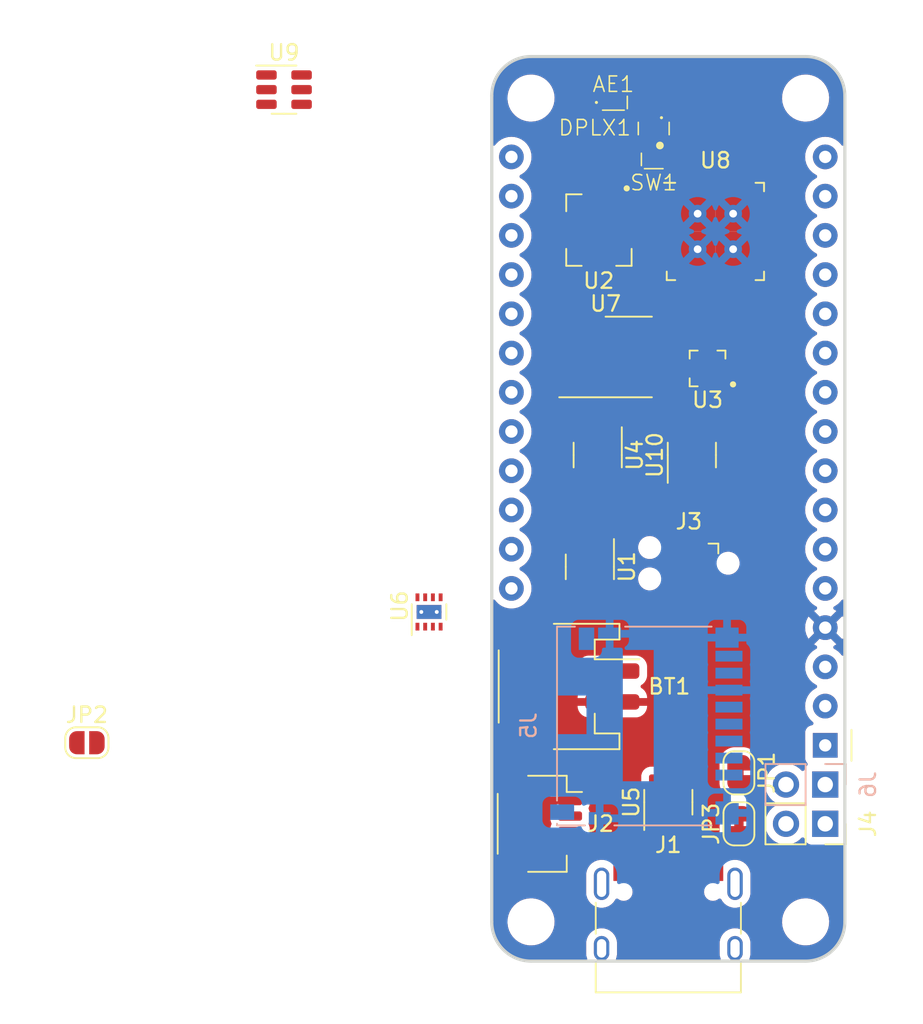
<source format=kicad_pcb>
(kicad_pcb (version 20221018) (generator pcbnew)
  (layers (0 "F.Cu" signal) (1 "In1.Cu" signal) (2 "In2.Cu" signal) (31 "B.Cu" signal) (34 "B.Paste" user) (35 "F.Paste" user) (36 "B.SilkS" user "B.Silkscreen") (37 "F.SilkS" user "F.Silkscreen") (38 "B.Mask" user) (39 "F.Mask" user) (44 "Edge.Cuts" user))
  (net 0 "")
  (net 2 "VDD_nRF")
  (net 25 "/VBATT_")
  (net 27 "Net-(U1-ON)")
  (net 28 "Net-(J4-Pin_2)")
  (net 32 "/nRF5340/NRF7002_5G")
  (net 33 "/nRF5340/NRF7002_2G4")
  (net 52 "/nRF5340/NRF5340_2G4")
  (net 75 "/nRF5340/SWDIO_")
  (net 76 "/nRF5340/SWCLK_")
  (net 77 "/nRF5340/~{RESET}_")
  (net 81 "/nRF5340/NRF7002_QSPI5")
  (net 82 "/nRF5340/NRF7002_QSPI3")
  (net 84 "/nRF5340/NRF7002_QSPI1")
  (net 85 "/nRF5340/NRF7002_QSPI0")
  (net 86 "Net-(D1-K)")
  (net 87 "Net-(U6-EN)")
  (net 91 "+3.3V")
  (net 92 "Net-(U6-SW)")
  (net 93 "/PowerSupply/R_FEEDBACK")
  (net 94 "GND")
  (net 95 "/nRF5340/NRF7002_QSPI4")
  (net 96 "/nRF5340/NRF7002_QSPI2")
  (net 97 "Net-(U8-BUCKOUT)")
  (net 98 "Net-(BT1-+)")
  (net 99 "Net-(F1-Pad1)")
  (net 100 "Net-(J1-CC1)")
  (net 101 "/Connectivity/D+")
  (net 102 "/Connectivity/D-")
  (net 103 "Net-(J1-CC2)")
  (net 105 "Net-(U1-VOUT)")
  (net 106 "/PowerSupply/CHG_SET")
  (net 107 "Net-(J5-VDD)")
  (net 109 "VBUS")
  (net 110 "Net-(U3-NTC)")
  (net 111 "/PowerSupply/CHARGING")
  (net 112 "Net-(U8-OTPVDD)")
  (net 122 "Net-(U4-ON)")
  (net 134 "Net-(J6-Pin_1)")
  (net 142 "+3V3")
  (net 143 "/Connectivity/SDA_")
  (net 144 "/Connectivity/SCL_")
  (net 145 "/Connectivity/SOC_SWDIO")
  (net 146 "/Connectivity/~{SOC_RESET}")
  (net 147 "/Connectivity/SOC_SWCLK")
  (net 148 "/Connectivity/SOC_SWO")
  (net 151 "Net-(DPLX1-LOWFREQ)")
  (net 152 "Net-(U2B-DECD)")
  (net 153 "Net-(U2B-DCCD)")
  (net 154 "Net-(U2B-DECR)")
  (net 155 "Net-(U2B-DECN)")
  (net 156 "Net-(U2B-DCC)")
  (net 157 "Net-(U2B-DECA)")
  (net 158 "Net-(U2B-DECUSB)")
  (net 159 "Net-(AE1-FEED)")
  (net 160 "Net-(DPLX1-COMMON)")
  (net 161 "Net-(U2A-ANT)")
  (net 162 "Net-(U8-XOP)")
  (net 163 "Net-(U8-XON)")
  (net 164 "Net-(U10-VOUT)")
  (net 165 "/PowerSupply/BUCK_EN")
  (net 166 "Net-(U10-ON)")
  (net 169 "VOUT")
  (net 170 "Net-(U2B-DCCH)")
  (net 171 "Net-(U3-DEC)")
  (net 181 "Net-(U8-PALDO)")
  (net 182 "/nRF7002/VDD_BUCK")
  (footprint "Package_SON:WSON-8-1EP_2x2mm_P0.5mm_EP0.9x1.6mm_ThermalVias" (layer "F.Cu") (at 164.846 87.884 90)
    (fp_text reference "U6" (at 0.38 -1.9 90) (layer "F.SilkS"))
    (fp_text value "TPS62173DSG")
    (pad "1" smd rect (at -0.95 -0.75 90) (size 0.5 0.25) (layers "F.Cu" "F.Paste" "F.Mask") (net 94 "GND"))
    (pad "2" smd rect (at -0.95 -0.25 90) (size 0.5 0.25) (layers "F.Cu" "F.Paste" "F.Mask") (net 87 "Net-(U6-EN)"))
    (pad "3" smd rect (at -0.95 0.25 90) (size 0.5 0.25) (layers "F.Cu" "F.Paste" "F.Mask") (net 87 "Net-(U6-EN)"))
    (pad "4" smd rect (at -0.95 0.75 90) (size 0.5 0.25) (layers "F.Cu" "F.Paste" "F.Mask") (net 94 "GND"))
    (pad "5" smd rect (at 0.95 0.75 90) (size 0.5 0.25) (layers "F.Cu" "F.Paste" "F.Mask") (net 94 "GND"))
    (pad "6" smd rect (at 0.95 0.25 90) (size 0.5 0.25) (layers "F.Cu" "F.Paste" "F.Mask") (net 91 "+3.3V"))
    (pad "7" smd rect (at 0.95 -0.25 90) (size 0.5 0.25) (layers "F.Cu" "F.Paste" "F.Mask") (net 92 "Net-(U6-SW)"))
    (pad "8" smd rect (at 0.95 -0.75 90) (size 0.5 0.25) (layers "F.Cu" "F.Paste" "F.Mask") (net 93 "/PowerSupply/R_FEEDBACK"))
    (pad "9" thru_hole circle (at 0 -0.5 90) (size 0.6 0.6) (drill 0.25) (layers "*.Cu") (net 94 "GND"))
    (pad "9" smd rect (at 0 0 90) (size 0.9 1.6) (layers "F.Cu" "F.Mask") (net 94 "GND"))
    (pad "9" smd rect (at 0 0 90) (size 0.9 1.6) (layers "B.Cu") (net 94 "GND"))
    (pad "9" thru_hole circle (at 0 0.5 90) (size 0.6 0.6) (drill 0.25) (layers "*.Cu") (net 94 "GND"))
  )
  (footprint "module-lib:Thing-Plus-Sparkfun" (layer "F.Cu") (at 171.45 54.61)
    (fp_text reference "A1" hide)
    (fp_text value "Adafruit_Feather_Generic")
    (fp_line (start -2.54 -0.15) (end -2.54 53.34) (stroke (width 0.2032)) (layer "Edge.Cuts"))
    (fp_line (start 0 55.88) (end 17.78 55.88) (stroke (width 0.2032)) (layer "Edge.Cuts"))
    (fp_line (start 17.78 -2.69) (end 0 -2.69) (stroke (width 0.2032)) (layer "Edge.Cuts"))
    (fp_line (start 20.32 53.34) (end 20.32 -0.15) (stroke (width 0.2032)) (layer "Edge.Cuts"))
    (fp_arc (start -2.54 -0.15) (mid -1.796051 -1.946051) (end 0 -2.69) (stroke (width 0.2032)) (layer "Edge.Cuts"))
    (fp_arc (start 0 55.88) (mid -1.796051 55.136051) (end -2.54 53.34) (stroke (width 0.2032)) (layer "Edge.Cuts"))
    (fp_arc (start 17.78 -2.69) (mid 19.576051 -1.946051) (end 20.32 -0.15) (stroke (width 0.2032)) (layer "Edge.Cuts"))
    (fp_arc (start 20.32 53.34) (mid 19.576051 55.136051) (end 17.78 55.88) (stroke (width 0.2032)) (layer "Edge.Cuts"))
    (pad "" np_thru_hole circle (at 0 0) (size 2.54 2.54) (drill 2.54) (layers "F&B.Cu" "*.Mask") (clearance 0.254))
    (pad "" np_thru_hole circle (at 0 53.34) (size 2.54 2.54) (drill 2.54) (layers "F&B.Cu" "*.Mask") (clearance 0.254))
    (pad "" np_thru_hole circle (at 17.78 0) (size 2.54 2.54) (drill 2.54) (layers "F&B.Cu" "*.Mask") (clearance 0.254))
    (pad "" np_thru_hole circle (at 17.78 53.34) (size 2.54 2.54) (drill 2.54) (layers "F&B.Cu" "*.Mask") (clearance 0.254))
    (pad "1" thru_hole rect (at 19.05 41.91) (size 1.6 1.6) (drill 0.8) (layers "*.Cu" "*.Mask"))
    (pad "2" thru_hole circle (at 19.05 39.37) (size 1.6 1.6) (drill 0.8) (layers "*.Cu" "*.Mask") (net 91 "+3.3V"))
    (pad "3" thru_hole circle (at 19.05 36.83) (size 1.6 1.6) (drill 0.8) (layers "*.Cu" "*.Mask"))
    (pad "4" thru_hole circle (at 19.05 34.29) (size 1.6 1.6) (drill 0.8) (layers "*.Cu" "*.Mask") (net 94 "GND"))
    (pad "5" thru_hole circle (at 19.05 31.75) (size 1.6 1.6) (drill 0.8) (layers "*.Cu" "*.Mask"))
    (pad "6" thru_hole circle (at 19.05 29.21) (size 1.6 1.6) (drill 0.8) (layers "*.Cu" "*.Mask"))
    (pad "7" thru_hole circle (at 19.05 26.67) (size 1.6 1.6) (drill 0.8) (layers "*.Cu" "*.Mask"))
    (pad "8" thru_hole circle (at 19.05 24.13) (size 1.6 1.6) (drill 0.8) (layers "*.Cu" "*.Mask"))
    (pad "9" thru_hole circle (at 19.05 21.59) (size 1.6 1.6) (drill 0.8) (layers "*.Cu" "*.Mask"))
    (pad "10" thru_hole circle (at 19.05 19.05) (size 1.6 1.6) (drill 0.8) (layers "*.Cu" "*.Mask"))
    (pad "11" thru_hole circle (at 19.05 16.51) (size 1.6 1.6) (drill 0.8) (layers "*.Cu" "*.Mask"))
    (pad "12" thru_hole circle (at 19.05 13.97) (size 1.6 1.6) (drill 0.8) (layers "*.Cu" "*.Mask"))
    (pad "13" thru_hole circle (at 19.05 11.43) (size 1.6 1.6) (drill 0.8) (layers "*.Cu" "*.Mask"))
    (pad "14" thru_hole circle (at 19.05 8.89) (size 1.6 1.6) (drill 0.8) (layers "*.Cu" "*.Mask"))
    (pad "15" thru_hole circle (at 19.05 6.35) (size 1.6 1.6) (drill 0.8) (layers "*.Cu" "*.Mask"))
    (pad "16" thru_hole circle (at 19.05 3.81) (size 1.6 1.6) (drill 0.8) (layers "*.Cu" "*.Mask"))
    (pad "17" thru_hole circle (at -1.27 3.81) (size 1.6 1.6) (drill 0.8) (layers "*.Cu" "*.Mask"))
    (pad "18" thru_hole circle (at -1.27 6.35) (size 1.6 1.6) (drill 0.8) (layers "*.Cu" "*.Mask"))
    (pad "19" thru_hole circle (at -1.27 8.89) (size 1.6 1.6) (drill 0.8) (layers "*.Cu" "*.Mask"))
    (pad "20" thru_hole circle (at -1.27 11.43) (size 1.6 1.6) (drill 0.8) (layers "*.Cu" "*.Mask"))
    (pad "21" thru_hole circle (at -1.27 13.97) (size 1.6 1.6) (drill 0.8) (layers "*.Cu" "*.Mask"))
    (pad "22" thru_hole circle (at -1.27 16.51) (size 1.6 1.6) (drill 0.8) (layers "*.Cu" "*.Mask"))
    (pad "23" thru_hole circle (at -1.27 19.05) (size 1.6 1.6) (drill 0.8) (layers "*.Cu" "*.Mask"))
    (pad "24" thru_hole circle (at -1.27 21.59) (size 1.6 1.6) (drill 0.8) (layers "*.Cu" "*.Mask"))
    (pad "25" thru_hole circle (at -1.27 24.13) (size 1.6 1.6) (drill 0.8) (layers "*.Cu" "*.Mask"))
    (pad "26" thru_hole circle (at -1.27 26.67) (size 1.6 1.6) (drill 0.8) (layers "*.Cu" "*.Mask") (net 109 "VBUS"))
    (pad "27" thru_hole circle (at -1.27 29.21) (size 1.6 1.6) (drill 0.8) (layers "*.Cu" "*.Mask"))
    (pad "28" thru_hole circle (at -1.27 31.75) (size 1.6 1.6) (drill 0.8) (layers "*.Cu" "*.Mask") (net 25 "/VBATT_"))
  )
  (footprint "Connector_JST:JST_SH_SM04B-SRSS-TB_1x04-1MP_P1.00mm_Horizontal" (layer "F.Cu") (at 171.9767 101.6 -90)
    (fp_text reference "J2" (at 0 -3.98 -180) (layer "F.SilkS"))
    (fp_text value "Conn_01x04_MountingPin")
    (pad "1" smd roundrect (at -1.5 -2 270) (size 0.6 1.55) (layers "F.Cu" "F.Paste" "F.Mask") (net 94 "GND"))
    (pad "2" smd roundrect (at -0.5 -2 270) (size 0.6 1.55) (layers "F.Cu" "F.Paste" "F.Mask") (net 142 "+3V3"))
    (pad "3" smd roundrect (at 0.5 -2 270) (size 0.6 1.55) (layers "F.Cu" "F.Paste" "F.Mask") (net 143 "/Connectivity/SDA_"))
    (pad "4" smd roundrect (at 1.5 -2 270) (size 0.6 1.55) (layers "F.Cu" "F.Paste" "F.Mask") (net 144 "/Connectivity/SCL_"))
    (pad "MP" smd roundrect (at -2.8 1.875 270) (size 1.2 1.8) (layers "F.Cu" "F.Paste" "F.Mask") (roundrect_rratio 0.208333) (net 94 "GND"))
    (pad "MP" smd roundrect (at 2.8 1.875 270) (size 1.2 1.8) (layers "F.Cu" "F.Paste" "F.Mask") (roundrect_rratio 0.208333) (net 94 "GND"))
  )
  (footprint "Connector_PinSocket_2.54mm:PinSocket_1x02_P2.54mm_Vertical" (layer "F.Cu") (at 190.5 101.6 -90)
    (fp_text reference "J4" (at 0 -2.77 -270) (layer "F.SilkS"))
    (fp_text value "2.54mm Header")
    (pad "1" thru_hole rect (at 0 0 270) (size 1.7 1.7) (drill 1) (layers "*.Cu" "*.Mask") (net 98 "Net-(BT1-+)"))
    (pad "2" thru_hole oval (at 0 2.54 270) (size 1.7 1.7) (drill 1) (layers "*.Cu" "*.Mask") (net 28 "Net-(J4-Pin_2)"))
  )
  (footprint "nordic-lib-kicad-nrf7:QFN-48_EP_6x6_Pitch0.4mm" (layer "F.Cu") (at 183.388 63.246)
    (fp_text reference "U8" (at 0 -4.6) (layer "F.SilkS"))
    (fp_text value "nRF7002-QFXX")
    (pad "1" smd oval (at -2.875 -2.2 90) (size 0.2 0.65) (layers "F.Cu" "F.Paste" "F.Mask") (net 112 "Net-(U8-OTPVDD)"))
    (pad "2" smd oval (at -2.875 -1.8 90) (size 0.2 0.65) (layers "F.Cu" "F.Paste" "F.Mask"))
    (pad "3" smd oval (at -2.875 -1.4 90) (size 0.2 0.65) (layers "F.Cu" "F.Paste" "F.Mask"))
    (pad "4" smd oval (at -2.875 -1 90) (size 0.2 0.65) (layers "F.Cu" "F.Paste" "F.Mask"))
    (pad "5" smd oval (at -2.875 -0.6 90) (size 0.2 0.65) (layers "F.Cu" "F.Paste" "F.Mask"))
    (pad "6" smd oval (at -2.875 -0.2 90) (size 0.2 0.65) (layers "F.Cu" "F.Paste" "F.Mask"))
    (pad "7" smd oval (at -2.875 0.2 90) (size 0.2 0.65) (layers "F.Cu" "F.Paste" "F.Mask") (net 32 "/nRF5340/NRF7002_5G"))
    (pad "8" smd oval (at -2.875 0.6 90) (size 0.2 0.65) (layers "F.Cu" "F.Paste" "F.Mask") (net 181 "Net-(U8-PALDO)"))
    (pad "9" smd oval (at -2.875 1 90) (size 0.2 0.65) (layers "F.Cu" "F.Paste" "F.Mask") (net 33 "/nRF5340/NRF7002_2G4"))
    (pad "10" smd oval (at -2.875 1.4 90) (size 0.2 0.65) (layers "F.Cu" "F.Paste" "F.Mask") (net 181 "Net-(U8-PALDO)"))
    (pad "11" smd oval (at -2.875 1.8 90) (size 0.2 0.65) (layers "F.Cu" "F.Paste" "F.Mask"))
    (pad "12" smd oval (at -2.875 2.2 90) (size 0.2 0.65) (layers "F.Cu" "F.Paste" "F.Mask") (net 181 "Net-(U8-PALDO)"))
    (pad "13" smd oval (at -2.2 2.875) (size 0.2 0.65) (layers "F.Cu" "F.Paste" "F.Mask") (net 91 "+3.3V"))
    (pad "14" smd oval (at -1.8 2.875) (size 0.2 0.65) (layers "F.Cu" "F.Paste" "F.Mask"))
    (pad "15" smd oval (at -1.4 2.875) (size 0.2 0.65) (layers "F.Cu" "F.Paste" "F.Mask") (net 182 "/nRF7002/VDD_BUCK"))
    (pad "16" smd oval (at -1 2.875) (size 0.2 0.65) (layers "F.Cu" "F.Paste" "F.Mask"))
    (pad "17" smd oval (at -0.6 2.875) (size 0.2 0.65) (layers "F.Cu" "F.Paste" "F.Mask") (net 162 "Net-(U8-XOP)"))
    (pad "18" smd oval (at -0.2 2.875) (size 0.2 0.65) (layers "F.Cu" "F.Paste" "F.Mask") (net 163 "Net-(U8-XON)"))
    (pad "19" smd oval (at 0.2 2.875) (size 0.2 0.65) (layers "F.Cu" "F.Paste" "F.Mask"))
    (pad "20" smd oval (at 0.6 2.875) (size 0.2 0.65) (layers "F.Cu" "F.Paste" "F.Mask") (net 91 "+3.3V"))
    (pad "21" smd oval (at 1 2.875) (size 0.2 0.65) (layers "F.Cu" "F.Paste" "F.Mask"))
    (pad "22" smd oval (at 1.4 2.875) (size 0.2 0.65) (layers "F.Cu" "F.Paste" "F.Mask"))
    (pad "23" smd oval (at 1.8 2.875) (size 0.2 0.65) (layers "F.Cu" "F.Paste" "F.Mask"))
    (pad "24" smd oval (at 2.2 2.875) (size 0.2 0.65) (layers "F.Cu" "F.Paste" "F.Mask"))
    (pad "25" smd oval (at 2.875 2.2 90) (size 0.2 0.65) (layers "F.Cu" "F.Paste" "F.Mask"))
    (pad "26" smd oval (at 2.875 1.8 90) (size 0.2 0.65) (layers "F.Cu" "F.Paste" "F.Mask") (net 97 "Net-(U8-BUCKOUT)"))
    (pad "27" smd oval (at 2.875 1.4 90) (size 0.2 0.65) (layers "F.Cu" "F.Paste" "F.Mask") (net 94 "GND"))
    (pad "28" smd oval (at 2.875 1 90) (size 0.2 0.65) (layers "F.Cu" "F.Paste" "F.Mask") (net 94 "GND"))
    (pad "29" smd oval (at 2.875 0.6 90) (size 0.2 0.65) (layers "F.Cu" "F.Paste" "F.Mask"))
    (pad "30" smd oval (at 2.875 0.2 90) (size 0.2 0.65) (layers "F.Cu" "F.Paste" "F.Mask"))
    (pad "31" smd oval (at 2.875 -0.2 90) (size 0.2 0.65) (layers "F.Cu" "F.Paste" "F.Mask") (net 91 "+3.3V"))
    (pad "32" smd oval (at 2.875 -0.6 90) (size 0.2 0.65) (layers "F.Cu" "F.Paste" "F.Mask") (net 182 "/nRF7002/VDD_BUCK"))
    (pad "33" smd oval (at 2.875 -1 90) (size 0.2 0.65) (layers "F.Cu" "F.Paste" "F.Mask"))
    (pad "34" smd oval (at 2.875 -1.4 90) (size 0.2 0.65) (layers "F.Cu" "F.Paste" "F.Mask") (net 112 "Net-(U8-OTPVDD)"))
    (pad "35" smd oval (at 2.875 -1.8 90) (size 0.2 0.65) (layers "F.Cu" "F.Paste" "F.Mask") (net 95 "/nRF5340/NRF7002_QSPI4"))
    (pad "36" smd oval (at 2.875 -2.2 90) (size 0.2 0.65) (layers "F.Cu" "F.Paste" "F.Mask") (net 81 "/nRF5340/NRF7002_QSPI5"))
    (pad "37" smd oval (at 2.2 -2.875) (size 0.2 0.65) (layers "F.Cu" "F.Paste" "F.Mask") (net 85 "/nRF5340/NRF7002_QSPI0"))
    (pad "38" smd oval (at 1.8 -2.875) (size 0.2 0.65) (layers "F.Cu" "F.Paste" "F.Mask") (net 84 "/nRF5340/NRF7002_QSPI1"))
    (pad "39" smd oval (at 1.4 -2.875) (size 0.2 0.65) (layers "F.Cu" "F.Paste" "F.Mask") (net 96 "/nRF5340/NRF7002_QSPI2"))
    (pad "40" smd oval (at 1 -2.875) (size 0.2 0.65) (layers "F.Cu" "F.Paste" "F.Mask") (net 82 "/nRF5340/NRF7002_QSPI3"))
    (pad "41" smd oval (at 0.6 -2.875) (size 0.2 0.65) (layers "F.Cu" "F.Paste" "F.Mask"))
    (pad "42" smd oval (at 0.2 -2.875) (size 0.2 0.65) (layers "F.Cu" "F.Paste" "F.Mask"))
    (pad "43" smd oval (at -0.2 -2.875) (size 0.2 0.65) (layers "F.Cu" "F.Paste" "F.Mask"))
    (pad "44" smd oval (at -0.6 -2.875) (size 0.2 0.65) (layers "F.Cu" "F.Paste" "F.Mask"))
    (pad "45" smd oval (at -1 -2.875) (size 0.2 0.65) (layers "F.Cu" "F.Paste" "F.Mask"))
    (pad "46" smd oval (at -1.4 -2.875) (size 0.2 0.65) (layers "F.Cu" "F.Paste" "F.Mask"))
    (pad "47" smd oval (at -1.8 -2.875) (size 0.2 0.65) (layers "F.Cu" "F.Paste" "F.Mask") (net 94 "GND"))
    (pad "48" smd oval (at -2.2 -2.875) (size 0.2 0.65) (layers "F.Cu" "F.Paste" "F.Mask") (net 105 "Net-(U1-VOUT)"))
    (pad "49" thru_hole circle (at -1.15 -1.15) (size 1.15 1.15) (drill 0.5) (layers "*.Cu" "*.Mask") (net 94 "GND"))
    (pad "49" smd roundrect (at -1.15 -1.15) (size 2.3 2.3) (layers "F.Cu" "F.Paste" "F.Mask") (roundrect_rratio 0) (chamfer_ratio 0.2) (chamfer top_left) (net 94 "GND"))
    (pad "49" thru_hole circle (at -1.15 1.15) (size 1.15 1.15) (drill 0.5) (layers "*.Cu" "*.Mask") (net 94 "GND"))
    (pad "49" smd rect (at -1.15 1.15) (size 2.3 2.3) (layers "F.Cu" "F.Paste" "F.Mask") (net 94 "GND"))
    (pad "49" thru_hole circle (at 1.15 -1.15) (size 1.15 1.15) (drill 0.5) (layers "*.Cu" "*.Mask") (net 94 "GND"))
    (pad "49" smd rect (at 1.15 -1.15) (size 2.3 2.3) (layers "F.Cu" "F.Paste" "F.Mask") (net 94 "GND"))
    (pad "49" thru_hole circle (at 1.15 1.15) (size 1.15 1.15) (drill 0.5) (layers "*.Cu" "*.Mask") (net 94 "GND"))
    (pad "49" smd rect (at 1.15 1.15) (size 2.3 2.3) (layers "F.Cu" "F.Paste" "F.Mask") (net 94 "GND"))
  )
  (footprint "Connector:Tag-Connect_TC2030-IDC-NL_2x03_P1.27mm_Vertical" (layer "F.Cu") (at 181.672 84.728 180)
    (fp_text reference "J3" (at 0 2.7) (layer "F.SilkS"))
    (fp_text value "Conn_ARM_SWD_TagConnect_TC2030-NL")
    (pad "" np_thru_hole circle (at -2.54 0 180) (size 0.9906 0.9906) (drill 0.9906) (layers "*.Cu" "*.Mask"))
    (pad "" np_thru_hole circle (at 2.54 -1.016 180) (size 0.9906 0.9906) (drill 0.9906) (layers "*.Cu" "*.Mask"))
    (pad "" np_thru_hole circle (at 2.54 1.016 180) (size 0.9906 0.9906) (drill 0.9906) (layers "*.Cu" "*.Mask"))
    (pad "1" connect circle (at -1.27 0.635 180) (size 0.7874 0.7874) (layers "F.Cu" "F.Mask") (net 2 "VDD_nRF"))
    (pad "2" connect circle (at -1.27 -0.635 180) (size 0.7874 0.7874) (layers "F.Cu" "F.Mask") (net 145 "/Connectivity/SOC_SWDIO"))
    (pad "3" connect circle (at 0 0.635 180) (size 0.7874 0.7874) (layers "F.Cu" "F.Mask") (net 146 "/Connectivity/~{SOC_RESET}"))
    (pad "4" connect circle (at 0 -0.635 180) (size 0.7874 0.7874) (layers "F.Cu" "F.Mask") (net 147 "/Connectivity/SOC_SWCLK"))
    (pad "5" connect circle (at 1.27 0.635 180) (size 0.7874 0.7874) (layers "F.Cu" "F.Mask") (net 94 "GND"))
    (pad "6" connect circle (at 1.27 -0.635 180) (size 0.7874 0.7874) (layers "F.Cu" "F.Mask") (net 148 "/Connectivity/SOC_SWO"))
    (zone (net 0) (net_name "") (layer "F.Cu") (connect_pads (clearance 0)) (min_thickness 0.254)
      (keepout (tracks allowed) (vias not_allowed) (pads allowed) (copperpour not_allowed) (footprints not_allowed))
      (fill (thermal_gap 0.508) (thermal_bridge_width 0.508))
      (polygon (pts (xy 180.402 85.363) (xy 182.942 85.363) (xy 182.942 84.093) (xy 180.402 84.093)))
    )
  )
  (footprint "nordic-lib-kicad-npm:BGA-25_5x5_2.075x2.075mm" (layer "F.Cu") (at 182.88 72.117 180)
    (fp_text reference "U3" (at 0 -2.0375) (layer "F.SilkS"))
    (fp_text value "nPM1100-CAXX")
    (pad "A1" smd circle (at -0.8 -0.8 180) (size 0.225 0.225) (layers "F.Cu" "F.Paste" "F.Mask") (net 102 "/Connectivity/D-"))
    (pad "A2" smd circle (at -0.4 -0.8 180) (size 0.225 0.225) (layers "F.Cu" "F.Paste" "F.Mask") (net 101 "/Connectivity/D+"))
    (pad "A3" smd circle (at 0 -0.8 180) (size 0.225 0.225) (layers "F.Cu" "F.Paste" "F.Mask") (net 171 "Net-(U3-DEC)"))
    (pad "A4" smd circle (at 0.4 -0.8 180) (size 0.225 0.225) (layers "F.Cu" "F.Paste" "F.Mask"))
    (pad "A5" smd circle (at 0.8 -0.8 180) (size 0.225 0.225) (layers "F.Cu" "F.Paste" "F.Mask") (net 94 "GND"))
    (pad "B1" smd circle (at -0.8 -0.4 180) (size 0.225 0.225) (layers "F.Cu" "F.Paste" "F.Mask") (net 109 "VBUS"))
    (pad "B2" smd circle (at -0.4 -0.4 180) (size 0.225 0.225) (layers "F.Cu" "F.Paste" "F.Mask") (net 109 "VBUS"))
    (pad "B3" smd circle (at 0 -0.4 180) (size 0.225 0.225) (layers "F.Cu" "F.Paste" "F.Mask") (net 171 "Net-(U3-DEC)"))
    (pad "B4" smd circle (at 0.4 -0.4 180) (size 0.225 0.225) (layers "F.Cu" "F.Paste" "F.Mask") (net 171 "Net-(U3-DEC)"))
    (pad "B5" smd circle (at 0.8 -0.4 180) (size 0.225 0.225) (layers "F.Cu" "F.Paste" "F.Mask") (net 171 "Net-(U3-DEC)"))
    (pad "C1" smd circle (at -0.8 0 180) (size 0.225 0.225) (layers "F.Cu" "F.Paste" "F.Mask") (net 169 "VOUT"))
    (pad "C2" smd circle (at -0.4 0 180) (size 0.225 0.225) (layers "F.Cu" "F.Paste" "F.Mask") (net 169 "VOUT"))
    (pad "C3" smd circle (at 0 0 180) (size 0.225 0.225) (layers "F.Cu" "F.Paste" "F.Mask") (net 169 "VOUT"))
    (pad "C4" smd circle (at 0.4 0 180) (size 0.225 0.225) (layers "F.Cu" "F.Paste" "F.Mask") (net 94 "GND"))
    (pad "C5" smd circle (at 0.8 0 180) (size 0.225 0.225) (layers "F.Cu" "F.Paste" "F.Mask") (net 94 "GND"))
    (pad "D1" smd circle (at -0.8 0.4 180) (size 0.225 0.225) (layers "F.Cu" "F.Paste" "F.Mask") (net 25 "/VBATT_"))
    (pad "D2" smd circle (at -0.4 0.4 180) (size 0.225 0.225) (layers "F.Cu" "F.Paste" "F.Mask") (net 25 "/VBATT_"))
    (pad "D3" smd circle (at 0 0.4 180) (size 0.225 0.225) (layers "F.Cu" "F.Paste" "F.Mask") (net 94 "GND"))
    (pad "D4" smd circle (at 0.4 0.4 180) (size 0.225 0.225) (layers "F.Cu" "F.Paste" "F.Mask") (net 94 "GND"))
    (pad "D5" smd circle (at 0.8 0.4 180) (size 0.225 0.225) (layers "F.Cu" "F.Paste" "F.Mask") (net 94 "GND"))
    (pad "E1" smd circle (at -0.8 0.8 180) (size 0.225 0.225) (layers "F.Cu" "F.Paste" "F.Mask") (net 110 "Net-(U3-NTC)"))
    (pad "E2" smd circle (at -0.4 0.8 180) (size 0.225 0.225) (layers "F.Cu" "F.Paste" "F.Mask") (net 106 "/PowerSupply/CHG_SET"))
    (pad "E3" smd circle (at 0 0.8 180) (size 0.225 0.225) (layers "F.Cu" "F.Paste" "F.Mask") (net 86 "Net-(D1-K)"))
    (pad "E4" smd circle (at 0.4 0.8 180) (size 0.225 0.225) (layers "F.Cu" "F.Paste" "F.Mask") (net 111 "/PowerSupply/CHARGING"))
    (pad "E5" smd circle (at 0.8 0.8 180) (size 0.225 0.225) (layers "F.Cu" "F.Paste" "F.Mask") (net 94 "GND"))
  )
  (footprint "rf-lib:2450DP14A6000" (layer "F.Cu") (at 179.396 56.581 180)
    (fp_text reference "DPLX1" (at 3.82 0.047 unlocked) (layer "F.SilkS") (effects (font (thickness 0.1))))
    (fp_text value "2450DP14A6000")
    (pad "1" smd rect (at -0.5 0.225) (size 0.3 0.25) (layers "F.Cu" "F.Paste" "F.Mask") (net 94 "GND"))
    (pad "2" smd rect (at 0 0.225) (size 0.3 0.25) (layers "F.Cu" "F.Paste" "F.Mask") (net 160 "Net-(DPLX1-COMMON)"))
    (pad "3" smd rect (at 0.5 0.225) (size 0.3 0.25) (layers "F.Cu" "F.Paste" "F.Mask") (net 94 "GND"))
    (pad "4" smd rect (at 0.5 -0.225) (size 0.3 0.25) (layers "F.Cu" "F.Paste" "F.Mask") (net 32 "/nRF5340/NRF7002_5G"))
    (pad "5" smd rect (at 0 -0.225) (size 0.3 0.25) (layers "F.Cu" "F.Paste" "F.Mask") (net 94 "GND"))
    (pad "6" smd rect (at -0.5 -0.225) (size 0.3 0.25) (layers "F.Cu" "F.Paste" "F.Mask") (net 151 "Net-(DPLX1-LOWFREQ)"))
  )
  (footprint "Package_SON:WSON-8-1EP_6x5mm_P1.27mm_EP3.4x4mm" (layer "F.Cu") (at 176.276 71.374)
    (fp_text reference "U7" (at 0 -3.45) (layer "F.SilkS"))
    (fp_text value "MX25R3235FZNxx1")
    (pad "1" smd roundrect (at -2.6625 -1.905) (size 0.775 0.5) (layers "F.Cu" "F.Paste" "F.Mask"))
    (pad "2" smd roundrect (at -2.6625 -0.635) (size 0.775 0.5) (layers "F.Cu" "F.Paste" "F.Mask"))
    (pad "3" smd roundrect (at -2.6625 0.635) (size 0.775 0.5) (layers "F.Cu" "F.Paste" "F.Mask"))
    (pad "4" smd roundrect (at -2.6625 1.905) (size 0.775 0.5) (layers "F.Cu" "F.Paste" "F.Mask") (net 94 "GND"))
    (pad "5" smd roundrect (at 2.6625 1.905) (size 0.775 0.5) (layers "F.Cu" "F.Paste" "F.Mask"))
    (pad "6" smd roundrect (at 2.6625 0.635) (size 0.775 0.5) (layers "F.Cu" "F.Paste" "F.Mask"))
    (pad "7" smd roundrect (at 2.6625 -0.635) (size 0.775 0.5) (layers "F.Cu" "F.Paste" "F.Mask"))
    (pad "8" smd roundrect (at 2.6625 -1.905) (size 0.775 0.5) (layers "F.Cu" "F.Paste" "F.Mask") (net 164 "Net-(U10-VOUT)"))
    (pad "9" smd rect (at 0 0) (size 3.4 4) (layers "F.Cu" "F.Mask") (net 94 "GND"))
  )
  (footprint "Jumper:SolderJumper-2_P1.3mm_Bridged_RoundedPad1.0x1.5mm" (layer "F.Cu") (at 184.912 98.298 -90)
    (fp_text reference "JP1" (at 0 -1.8 90) (layer "F.SilkS"))
    (fp_text value "SolderJumper_2_Bridged")
    (fp_poly (pts (xy 0.25 -0.3) (xy -0.25 -0.3) (xy -0.25 0.3) (xy 0.25 0.3)) (fill solid) (layer "F.Cu"))
    (pad "1" smd custom (at -0.65 0 270) (size 1 0.5) (layers "F.Cu" "F.Mask") (net 98 "Net-(BT1-+)") (options (clearance outline) (anchor rect)) (primitives (gr_circle (center 0 0.25) (end 0.5 0.25) (width 0) (fill yes)) (gr_circle (center 0 -0.25) (end 0.5 -0.25) (width 0) (fill yes)) (gr_poly (pts (xy 0.5 0.75) (xy 0 0.75) (xy 0 -0.75) (xy 0.5 -0.75)) (width 0) (fill yes))))
    (pad "2" smd custom (at 0.65 0 270) (size 1 0.5) (layers "F.Cu" "F.Mask") (net 28 "Net-(J4-Pin_2)") (options (clearance outline) (anchor rect)) (primitives (gr_circle (center 0 0.25) (end 0.5 0.25) (width 0) (fill yes)) (gr_circle (center 0 -0.25) (end 0.5 -0.25) (width 0) (fill yes)) (gr_poly (pts (xy 0 0.75) (xy -0.5 0.75) (xy -0.5 -0.75) (xy 0 -0.75)) (width 0) (fill yes))))
  )
  (footprint "Package_TO_SOT_SMD:SOT-23-6" (layer "F.Cu") (at 175.768 77.724 -90)
    (fp_text reference "U4" (at 0 -2.4 -90) (layer "F.SilkS"))
    (fp_text value "TPS22917DBV")
    (pad "1" smd roundrect (at -1.1375 -0.95 270) (size 1.325 0.6) (layers "F.Cu" "F.Paste" "F.Mask") (net 91 "+3.3V"))
    (pad "2" smd roundrect (at -1.1375 0 270) (size 1.325 0.6) (layers "F.Cu" "F.Paste" "F.Mask") (net 94 "GND"))
    (pad "3" smd roundrect (at -1.1375 0.95 270) (size 1.325 0.6) (layers "F.Cu" "F.Paste" "F.Mask") (net 122 "Net-(U4-ON)"))
    (pad "4" smd roundrect (at 1.1375 0.95 270) (size 1.325 0.6) (layers "F.Cu" "F.Paste" "F.Mask"))
    (pad "5" smd roundrect (at 1.1375 0 270) (size 1.325 0.6) (layers "F.Cu" "F.Paste" "F.Mask"))
    (pad "6" smd roundrect (at 1.1375 -0.95 270) (size 1.325 0.6) (layers "F.Cu" "F.Paste" "F.Mask") (net 107 "Net-(J5-VDD)"))
  )
  (footprint "Package_TO_SOT_SMD:SOT-23-6" (layer "F.Cu") (at 175.26 84.963 -90)
    (fp_text reference "U1" (at 0 -2.4 -90) (layer "F.SilkS"))
    (fp_text value "TPS22917DBV")
    (pad "1" smd roundrect (at -1.1375 -0.95 270) (size 1.325 0.6) (layers "F.Cu" "F.Paste" "F.Mask") (net 2 "VDD_nRF"))
    (pad "2" smd roundrect (at -1.1375 0 270) (size 1.325 0.6) (layers "F.Cu" "F.Paste" "F.Mask") (net 94 "GND"))
    (pad "3" smd roundrect (at -1.1375 0.95 270) (size 1.325 0.6) (layers "F.Cu" "F.Paste" "F.Mask") (net 27 "Net-(U1-ON)"))
    (pad "4" smd roundrect (at 1.1375 0.95 270) (size 1.325 0.6) (layers "F.Cu" "F.Paste" "F.Mask"))
    (pad "5" smd roundrect (at 1.1375 0 270) (size 1.325 0.6) (layers "F.Cu" "F.Paste" "F.Mask"))
    (pad "6" smd roundrect (at 1.1375 -0.95 270) (size 1.325 0.6) (layers "F.Cu" "F.Paste" "F.Mask") (net 105 "Net-(U1-VOUT)"))
  )
  (footprint "Connector_USB:USB_C_Receptacle_HRO_TYPE-C-31-M-12" (layer "F.Cu") (at 180.34 108.6155)
    (fp_text reference "J1" (at 0 -5.645) (layer "F.SilkS"))
    (fp_text value "USB_C_Receptacle_USB2.0")
    (pad "" np_thru_hole circle (at -2.89 -2.6) (size 0.65 0.65) (drill 0.65) (layers "*.Cu" "*.Mask"))
    (pad "" np_thru_hole circle (at 2.89 -2.6) (size 0.65 0.65) (drill 0.65) (layers "*.Cu" "*.Mask"))
    (pad "A1" smd rect (at -3.25 -4.045) (size 0.6 1.45) (layers "F.Cu" "F.Paste" "F.Mask") (net 94 "GND"))
    (pad "A4" smd rect (at -2.45 -4.045) (size 0.6 1.45) (layers "F.Cu" "F.Paste" "F.Mask") (net 99 "Net-(F1-Pad1)"))
    (pad "A5" smd rect (at -1.25 -4.045) (size 0.3 1.45) (layers "F.Cu" "F.Paste" "F.Mask") (net 100 "Net-(J1-CC1)"))
    (pad "A6" smd rect (at -0.25 -4.045) (size 0.3 1.45) (layers "F.Cu" "F.Paste" "F.Mask") (net 101 "/Connectivity/D+"))
    (pad "A7" smd rect (at 0.25 -4.045) (size 0.3 1.45) (layers "F.Cu" "F.Paste" "F.Mask") (net 102 "/Connectivity/D-"))
    (pad "A8" smd rect (at 1.25 -4.045) (size 0.3 1.45) (layers "F.Cu" "F.Paste" "F.Mask"))
    (pad "A9" smd rect (at 2.45 -4.045) (size 0.6 1.45) (layers "F.Cu" "F.Paste" "F.Mask") (net 99 "Net-(F1-Pad1)"))
    (pad "A12" smd rect (at 3.25 -4.045) (size 0.6 1.45) (layers "F.Cu" "F.Paste" "F.Mask") (net 94 "GND"))
    (pad "B1" smd rect (at 3.25 -4.045) (size 0.6 1.45) (layers "F.Cu" "F.Paste" "F.Mask") (net 94 "GND"))
    (pad "B4" smd rect (at 2.45 -4.045) (size 0.6 1.45) (layers "F.Cu" "F.Paste" "F.Mask") (net 99 "Net-(F1-Pad1)"))
    (pad "B5" smd rect (at 1.75 -4.045) (size 0.3 1.45) (layers "F.Cu" "F.Paste" "F.Mask") (net 103 "Net-(J1-CC2)"))
    (pad "B6" smd rect (at 0.75 -4.045) (size 0.3 1.45) (layers "F.Cu" "F.Paste" "F.Mask") (net 101 "/Connectivity/D+"))
    (pad "B7" smd rect (at -0.75 -4.045) (size 0.3 1.45) (layers "F.Cu" "F.Paste" "F.Mask") (net 102 "/Connectivity/D-"))
    (pad "B8" smd rect (at -1.75 -4.045) (size 0.3 1.45) (layers "F.Cu" "F.Paste" "F.Mask"))
    (pad "B9" smd rect (at -2.45 -4.045) (size 0.6 1.45) (layers "F.Cu" "F.Paste" "F.Mask") (net 99 "Net-(F1-Pad1)"))
    (pad "B12" smd rect (at -3.25 -4.045) (size 0.6 1.45) (layers "F.Cu" "F.Paste" "F.Mask") (net 94 "GND"))
    (pad "S1" thru_hole oval (at -4.32 -3.13) (size 1 2.1) (drill oval 0.6 1.7) (layers "*.Cu" "*.Mask"))
    (pad "S1" thru_hole oval (at -4.32 1.05) (size 1 1.6) (drill oval 0.6 1.2) (layers "*.Cu" "*.Mask"))
    (pad "S1" thru_hole oval (at 4.32 -3.13) (size 1 2.1) (drill oval 0.6 1.7) (layers "*.Cu" "*.Mask"))
    (pad "S1" thru_hole oval (at 4.32 1.05) (size 1 1.6) (drill oval 0.6 1.2) (layers "*.Cu" "*.Mask"))
  )
  (footprint "Jumper:SolderJumper-2_P1.3mm_Open_RoundedPad1.0x1.5mm" (layer "F.Cu") (at 142.69 96.35)
    (fp_text reference "JP2" (at 0 -1.8) (layer "F.SilkS"))
    (fp_text value "400mA Charge")
    (pad "1" smd custom (at -0.65 0) (size 1 0.5) (layers "F.Cu" "F.Mask") (net 94 "GND") (options (clearance outline) (anchor rect)) (primitives (gr_circle (center 0 0.25) (end 0.5 0.25) (width 0) (fill yes)) (gr_circle (center 0 -0.25) (end 0.5 -0.25) (width 0) (fill yes)) (gr_poly (pts (xy 0.5 0.75) (xy 0 0.75) (xy 0 -0.75) (xy 0.5 -0.75)) (width 0) (fill yes))))
    (pad "2" smd custom (at 0.65 0) (size 1 0.5) (layers "F.Cu" "F.Mask") (net 106 "/PowerSupply/CHG_SET") (options (clearance outline) (anchor rect)) (primitives (gr_circle (center 0 0.25) (end 0.5 0.25) (width 0) (fill yes)) (gr_circle (center 0 -0.25) (end 0.5 -0.25) (width 0) (fill yes)) (gr_poly (pts (xy 0 0.75) (xy -0.5 0.75) (xy -0.5 -0.75) (xy 0 -0.75)) (width 0) (fill yes))))
  )
  (footprint "Package_TO_SOT_SMD:SOT-23-6" (layer "F.Cu") (at 181.864 77.724 90)
    (fp_text reference "U10" (at 0 -2.4 90) (layer "F.SilkS"))
    (fp_text value "TPS22917DBV")
    (pad "1" smd roundrect (at -1.1375 -0.95 90) (size 1.325 0.6) (layers "F.Cu" "F.Paste" "F.Mask") (net 91 "+3.3V"))
    (pad "2" smd roundrect (at -1.1375 0 90) (size 1.325 0.6) (layers "F.Cu" "F.Paste" "F.Mask") (net 94 "GND"))
    (pad "3" smd roundrect (at -1.1375 0.95 90) (size 1.325 0.6) (layers "F.Cu" "F.Paste" "F.Mask") (net 166 "Net-(U10-ON)"))
    (pad "4" smd roundrect (at 1.1375 0.95 90) (size 1.325 0.6) (layers "F.Cu" "F.Paste" "F.Mask"))
    (pad "5" smd roundrect (at 1.1375 0 90) (size 1.325 0.6) (layers "F.Cu" "F.Paste" "F.Mask"))
    (pad "6" smd roundrect (at 1.1375 -0.95 90) (size 1.325 0.6) (layers "F.Cu" "F.Paste" "F.Mask") (net 164 "Net-(U10-VOUT)"))
  )
  (footprint "Jumper:SolderJumper-2_P1.3mm_Bridged_RoundedPad1.0x1.5mm" (layer "F.Cu") (at 184.912 101.6 90)
    (fp_text reference "JP3" (at 0 -1.8 90) (layer "F.SilkS"))
    (fp_text value "SolderJumper_2_Bridged")
    (fp_poly (pts (xy 0.25 -0.3) (xy -0.25 -0.3) (xy -0.25 0.3) (xy 0.25 0.3)) (fill solid) (layer "F.Cu"))
    (pad "1" smd custom (at -0.65 0 90) (size 1 0.5) (layers "F.Cu" "F.Mask") (net 134 "Net-(J6-Pin_1)") (options (clearance outline) (anchor rect)) (primitives (gr_circle (center 0 0.25) (end 0.5 0.25) (width 0) (fill yes)) (gr_circle (center 0 -0.25) (end 0.5 -0.25) (width 0) (fill yes)) (gr_poly (pts (xy 0.5 0.75) (xy 0 0.75) (xy 0 -0.75) (xy 0.5 -0.75)) (width 0) (fill yes))))
    (pad "2" smd custom (at 0.65 0 90) (size 1 0.5) (layers "F.Cu" "F.Mask") (net 109 "VBUS") (options (clearance outline) (anchor rect)) (primitives (gr_circle (center 0 0.25) (end 0.5 0.25) (width 0) (fill yes)) (gr_circle (center 0 -0.25) (end 0.5 -0.25) (width 0) (fill yes)) (gr_poly (pts (xy 0 0.75) (xy -0.5 0.75) (xy -0.5 -0.75) (xy 0 -0.75)) (width 0) (fill yes))))
  )
  (footprint "Package_TO_SOT_SMD:SOT-23-6" (layer "F.Cu") (at 180.34 100.203 90)
    (fp_text reference "U5" (at 0 -2.4 90) (layer "F.SilkS"))
    (fp_text value "USBLC6-2SC6")
    (pad "1" smd roundrect (at -1.1375 -0.95 90) (size 1.325 0.6) (layers "F.Cu" "F.Paste" "F.Mask") (net 102 "/Connectivity/D-"))
    (pad "2" smd roundrect (at -1.1375 0 90) (size 1.325 0.6) (layers "F.Cu" "F.Paste" "F.Mask") (net 94 "GND"))
    (pad "3" smd roundrect (at -1.1375 0.95 90) (size 1.325 0.6) (layers "F.Cu" "F.Paste" "F.Mask") (net 101 "/Connectivity/D+"))
    (pad "4" smd roundrect (at 1.1375 0.95 90) (size 1.325 0.6) (layers "F.Cu" "F.Paste" "F.Mask") (net 101 "/Connectivity/D+"))
    (pad "5" smd roundrect (at 1.1375 0 90) (size 1.325 0.6) (layers "F.Cu" "F.Paste" "F.Mask") (net 109 "VBUS"))
    (pad "6" smd roundrect (at 1.1375 -0.95 90) (size 1.325 0.6) (layers "F.Cu" "F.Paste" "F.Mask") (net 102 "/Connectivity/D-"))
  )
  (footprint "Package_TO_SOT_SMD:SOT-23-6" (layer "F.Cu") (at 155.455 54.065)
    (fp_text reference "U9" (at 0 -2.4) (layer "F.SilkS"))
    (fp_text value "TPS22917DBV")
    (pad "1" smd roundrect (at -1.1375 -0.95) (size 1.325 0.6) (layers "F.Cu" "F.Paste" "F.Mask") (net 169 "VOUT"))
    (pad "2" smd roundrect (at -1.1375 0) (size 1.325 0.6) (layers "F.Cu" "F.Paste" "F.Mask") (net 94 "GND"))
    (pad "3" smd roundrect (at -1.1375 0.95) (size 1.325 0.6) (layers "F.Cu" "F.Paste" "F.Mask") (net 165 "/PowerSupply/BUCK_EN"))
    (pad "4" smd roundrect (at 1.1375 0.95) (size 1.325 0.6) (layers "F.Cu" "F.Paste" "F.Mask"))
    (pad "5" smd roundrect (at 1.1375 0) (size 1.325 0.6) (layers "F.Cu" "F.Paste" "F.Mask"))
    (pad "6" smd roundrect (at 1.1375 -0.95) (size 1.325 0.6) (layers "F.Cu" "F.Paste" "F.Mask") (net 87 "Net-(U6-EN)"))
  )
  (footprint "nordic-lib-kicad-nrf53:BGA-132_12x11_4.39x3.994mm" (layer "F.Cu") (at 175.846 63.156 -90)
    (fp_text reference "U2" (at 3.284 0.016 -180) (layer "F.SilkS"))
    (fp_text value "nRF5340-CLXX")
    (pad "A1" smd circle (at -1.925 -1.75 270) (size 0.15 0.15) (layers "F.Cu" "F.Paste" "F.Mask"))
    (pad "A2" smd circle (at -1.575 -1.75 270) (size 0.15 0.15) (layers "F.Cu" "F.Paste" "F.Mask"))
    (pad "A3" smd circle (at -1.225 -1.75 270) (size 0.15 0.15) (layers "F.Cu" "F.Paste" "F.Mask") (net 2 "VDD_nRF"))
    (pad "A5" smd circle (at -0.525 -1.75 270) (size 0.15 0.15) (layers "F.Cu" "F.Paste" "F.Mask") (net 94 "GND"))
    (pad "A7" smd circle (at 0.175 -1.75 270) (size 0.15 0.15) (layers "F.Cu" "F.Paste" "F.Mask") (net 152 "Net-(U2B-DECD)"))
    (pad "A9" smd circle (at 0.875 -1.75 270) (size 0.15 0.15) (layers "F.Cu" "F.Paste" "F.Mask") (net 153 "Net-(U2B-DCCD)"))
    (pad "A11" smd circle (at 1.575 -1.75 270) (size 0.15 0.15) (layers "F.Cu" "F.Paste" "F.Mask") (net 102 "/Connectivity/D-"))
    (pad "A12" smd circle (at 1.925 -1.75 270) (size 0.15 0.15) (layers "F.Cu" "F.Paste" "F.Mask") (net 101 "/Connectivity/D+"))
    (pad "B1" smd circle (at -1.925 -1.4 270) (size 0.15 0.15) (layers "F.Cu" "F.Paste" "F.Mask") (net 154 "Net-(U2B-DECR)"))
    (pad "B2" smd circle (at -1.575 -1.4 270) (size 0.15 0.15) (layers "F.Cu" "F.Paste" "F.Mask") (net 94 "GND"))
    (pad "B4" smd circle (at -0.875 -1.4 270) (size 0.15 0.15) (layers "F.Cu" "F.Paste" "F.Mask") (net 154 "Net-(U2B-DECR)"))
    (pad "B5" smd circle (at -0.525 -1.4 270) (size 0.15 0.15) (layers "F.Cu" "F.Paste" "F.Mask") (net 155 "Net-(U2B-DECN)"))
    (pad "B6" smd circle (at -0.175 -1.4 270) (size 0.15 0.15) (layers "F.Cu" "F.Paste" "F.Mask") (net 156 "Net-(U2B-DCC)"))
    (pad "B7" smd circle (at 0.175 -1.4 270) (size 0.15 0.15) (layers "F.Cu" "F.Paste" "F.Mask") (net 2 "VDD_nRF"))
    (pad "B8" smd circle (at 0.525 -1.4 270) (size 0.15 0.15) (layers "F.Cu" "F.Paste" "F.Mask") (net 157 "Net-(U2B-DECA)"))
    (pad "B9" smd circle (at 0.875 -1.4 270) (size 0.15 0.15) (layers "F.Cu" "F.Paste" "F.Mask") (net 94 "GND"))
    (pad "B10" smd circle (at 1.225 -1.4 270) (size 0.15 0.15) (layers "F.Cu" "F.Paste" "F.Mask") (net 2 "VDD_nRF"))
    (pad "B11" smd circle (at 1.575 -1.4 270) (size 0.15 0.15) (layers "F.Cu" "F.Paste" "F.Mask") (net 109 "VBUS"))
    (pad "B12" smd circle (at 1.925 -1.4 270) (size 0.15 0.15) (layers "F.Cu" "F.Paste" "F.Mask") (net 169 "VOUT"))
    (pad "C2" smd circle (at -1.575 -1.05 270) (size 0.15 0.15) (layers "F.Cu" "F.Paste" "F.Mask") (net 94 "GND"))
    (pad "C4" smd circle (at -0.875 -1.05 270) (size 0.15 0.15) (layers "F.Cu" "F.Paste" "F.Mask"))
    (pad "C5" smd circle (at -0.525 -1.05 270) (size 0.15 0.15) (layers "F.Cu" "F.Paste" "F.Mask"))
    (pad "C6" smd circle (at -0.175 -1.05 270) (size 0.15 0.15) (layers "F.Cu" "F.Paste" "F.Mask"))
    (pad "C7" smd circle (at 0.175 -1.05 270) (size 0.15 0.15) (layers "F.Cu" "F.Paste" "F.Mask"))
    (pad "C8" smd circle (at 0.525 -1.05 270) (size 0.15 0.15) (layers "F.Cu" "F.Paste" "F.Mask"))
    (pad "C9" smd circle (at 0.875 -1.05 270) (size 0.15 0.15) (layers "F.Cu" "F.Paste" "F.Mask"))
    (pad "C10" smd circle (at 1.225 -1.05 270) (size 0.15 0.15) (layers "F.Cu" "F.Paste" "F.Mask"))
    (pad "C11" smd circle (at 1.575 -1.05 270) (size 0.15 0.15) (layers "F.Cu" "F.Paste" "F.Mask") (net 158 "Net-(U2B-DECUSB)"))
    (pad "D1" smd circle (at -1.925 -0.7 270) (size 0.15 0.15) (layers "F.Cu" "F.Paste" "F.Mask") (net 161 "Net-(U2A-ANT)"))
    (pad "D2" smd circle (at -1.575 -0.7 270) (size 0.15 0.15) (layers "F.Cu" "F.Paste" "F.Mask") (net 2 "VDD_nRF"))
    (pad "D10" smd circle (at 1.225 -0.7 270) (size 0.15 0.15) (layers "F.Cu" "F.Paste" "F.Mask"))
    (pad "D11" smd circle (at 1.575 -0.7 270) (size 0.15 0.15) (layers "F.Cu" "F.Paste" "F.Mask") (net 170 "Net-(U2B-DCCH)"))
    (pad "D12" smd circle (at 1.925 -0.7 270) (size 0.15 0.15) (layers "F.Cu" "F.Paste" "F.Mask") (net 94 "GND"))
    (pad "E2" smd circle (at -1.575 -0.35 270) (size 0.15 0.15) (layers "F.Cu" "F.Paste" "F.Mask"))
    (pad "E3" smd circle (at -1.225 -0.35 270) (size 0.15 0.15) (layers "F.Cu" "F.Paste" "F.Mask"))
    (pad "E4" smd circle (at -0.875 -0.35 270) (size 0.15 0.15) (layers "F.Cu" "F.Paste" "F.Mask"))
    (pad "E5" smd circle (at -0.525 -0.35 270) (size 0.15 0.15) (layers "F.Cu" "F.Paste" "F.Mask") (net 94 "GND"))
    (pad "E6" smd circle (at -0.175 -0.35 270) (size 0.15 0.15) (layers "F.Cu" "F.Paste" "F.Mask") (net 94 "GND"))
    (pad "E7" smd circle (at 0.175 -0.35 270) (size 0.15 0.15) (layers "F.Cu" "F.Paste" "F.Mask") (net 94 "GND"))
    (pad "E8" smd circle (at 0.525 -0.35 270) (size 0.15 0.15) (layers "F.Cu" "F.Paste" "F.Mask") (net 94 "GND"))
    (pad "E10" smd circle (at 1.225 -0.35 270) (size 0.15 0.15) (layers "F.Cu" "F.Paste" "F.Mask"))
    (pad "E11" smd circle (at 1.575 -0.35 270) (size 0.15 0.15) (layers "F.Cu" "F.Paste" "F.Mask") (net 2 "VDD_nRF"))
    (pad "F1" smd circle (at -1.925 0 270) (size 0.15 0.15) (layers "F.Cu" "F.Paste" "F.Mask") (net 75 "/nRF5340/SWDIO_"))
    (pad "F2" smd circle (at -1.575 0 270) (size 0.15 0.15) (layers "F.Cu" "F.Paste" "F.Mask") (net 76 "/nRF5340/SWCLK_"))
    (pad "F3" smd circle (at -1.225 0 270) (size 0.15 0.15) (layers "F.Cu" "F.Paste" "F.Mask"))
    (pad "F5" smd circle (at -0.525 0 270) (size 0.15 0.15) (layers "F.Cu" "F.Paste" "F.Mask") (net 94 "GND"))
    (pad "F6" smd circle (at -0.175 0 270) (size 0.15 0.15) (layers "F.Cu" "F.Paste" "F.Mask") (net 94 "GND"))
    (pad "F7" smd circle (at 0.175 0 270) (size 0.15 0.15) (layers "F.Cu" "F.Paste" "F.Mask") (net 94 "GND"))
    (pad "F8" smd circle (at 0.525 0 270) (size 0.15 0.15) (layers "F.Cu" "F.Paste" "F.Mask") (net 94 "GND"))
    (pad "F10" smd circle (at 1.225 0 270) (size 0.15 0.15) (layers "F.Cu" "F.Paste" "F.Mask"))
    (pad "F11" smd circle (at 1.575 0 270) (size 0.15 0.15) (layers "F.Cu" "F.Paste" "F.Mask"))
    (pad "F12" smd circle (at 1.925 0 270) (size 0.15 0.15) (layers "F.Cu" "F.Paste" "F.Mask"))
    (pad "G2" smd circle (at -1.575 0.35 270) (size 0.15 0.15) (layers "F.Cu" "F.Paste" "F.Mask") (net 77 "/nRF5340/~{RESET}_"))
    (pad "G3" smd circle (at -1.225 0.35 270) (size 0.15 0.15) (layers "F.Cu" "F.Paste" "F.Mask"))
    (pad "G5" smd circle (at -0.525 0.35 270) (size 0.15 0.15) (layers "F.Cu" "F.Paste" "F.Mask") (net 94 "GND"))
    (pad "G6" smd circle (at -0.175 0.35 270) (size 0.15 0.15) (layers "F.Cu" "F.Paste" "F.Mask") (net 94 "GND"))
    (pad "G7" smd circle (at 0.175 0.35 270) (size 0.15 0.15) (layers "F.Cu" "F.Paste" "F.Mask") (net 94 "GND"))
    (pad "G8" smd circle (at 0.525 0.35 270) (size 0.15 0.15) (layers "F.Cu" "F.Paste" "F.Mask") (net 94 "GND"))
    (pad "G10" smd circle (at 1.225 0.35 270) (size 0.15 0.15) (layers "F.Cu" "F.Paste" "F.Mask"))
    (pad "G11" smd circle (at 1.575 0.35 270) (size 0.15 0.15) (layers "F.Cu" "F.Paste" "F.Mask"))
    (pad "H1" smd circle (at -1.925 0.7 270) (size 0.15 0.15) (layers "F.Cu" "F.Paste" "F.Mask"))
    (pad "H2" smd circle (at -1.575 0.7 270) (size 0.15 0.15) (layers "F.Cu" "F.Paste" "F.Mask"))
    (pad "H3" smd circle (at -1.225 0.7 270) (size 0.15 0.15) (layers "F.Cu" "F.Paste" "F.Mask"))
    (pad "H10" smd circle (at 1.225 0.7 270) (size 0.15 0.15) (layers "F.Cu" "F.Paste" "F.Mask"))
    (pad "H11" smd circle (at 1.575 0.7 270) (size 0.15 0.15) (layers "F.Cu" "F.Paste" "F.Mask") (net 2 "VDD_nRF"))
    (pad "H12" smd circle (at 1.925 0.7 270) (size 0.15 0.15) (layers "F.Cu" "F.Paste" "F.Mask"))
    (pad "J2" smd circle (at -1.575 1.05 270) (size 0.15 0.15) (layers "F.Cu" "F.Paste" "F.Mask"))
    (pad "J3" smd circle (at -1.225 1.05 270) (size 0.15 0.15) (layers "F.Cu" "F.Paste" "F.Mask"))
    (pad "J4" smd circle (at -0.875 1.05 270) (size 0.15 0.15) (layers "F.Cu" "F.Paste" "F.Mask"))
    (pad "J5" smd circle (at -0.525 1.05 270) (size 0.15 0.15) (layers "F.Cu" "F.Paste" "F.Mask"))
    (pad "J6" smd circle (at -0.175 1.05 270) (size 0.15 0.15) (layers "F.Cu" "F.Paste" "F.Mask"))
    (pad "J7" smd circle (at 0.175 1.05 270) (size 0.15 0.15) (layers "F.Cu" "F.Paste" "F.Mask"))
    (pad "J8" smd circle (at 0.525 1.05 270) (size 0.15 0.15) (layers "F.Cu" "F.Paste" "F.Mask"))
    (pad "J9" smd circle (at 0.875 1.05 270) (size 0.15 0.15) (layers "F.Cu" "F.Paste" "F.Mask"))
    (pad "J10" smd circle (at 1.225 1.05 270) (size 0.15 0.15) (layers "F.Cu" "F.Paste" "F.Mask"))
    (pad "J11" smd circle (at 1.575 1.05 270) (size 0.15 0.15) (layers "F.Cu" "F.Paste" "F.Mask"))
    (pad "K1" smd circle (at -1.925 1.4 270) (size 0.15 0.15) (layers "F.Cu" "F.Paste" "F.Mask") (net 2 "VDD_nRF"))
    (pad "K2" smd circle (at -1.575 1.4 270) (size 0.15 0.15) (layers "F.Cu" "F.Paste" "F.Mask"))
    (pad "K3" smd circle (at -1.225 1.4 270) (size 0.15 0.15) (layers "F.Cu" "F.Paste" "F.Mask"))
    (pad "K4" smd circle (at -0.875 1.4 270) (size 0.15 0.15) (layers "F.Cu" "F.Paste" "F.Mask"))
    (pad "K5" smd circle (at -0.525 1.4 270) (size 0.15 0.15) (layers "F.Cu" "F.Paste" "F.Mask"))
    (pad "K6" smd circle (at -0.175 1.4 270) (size 0.15 0.15) (layers "F.Cu" "F.Paste" "F.Mask") (net 94 "GND"))
    (pad "K7" smd circle (at 0.175 1.4 270) (size 0.15 0.15) (layers "F.Cu" "F.Paste" "F.Mask") (net 81 "/nRF5340/NRF7002_QSPI5"))
    (pad "K8" smd circle (at 0.525 1.4 270) (size 0.15 0.15) (layers "F.Cu" "F.Paste" "F.Mask") (net 82 "/nRF5340/NRF7002_QSPI3"))
    (pad "K9" smd circle (at 0.875 1.4 270) (size 0.15 0.15) (layers "F.Cu" "F.Paste" "F.Mask") (net 84 "/nRF5340/NRF7002_QSPI1"))
    (pad "K10" smd circle (at 1.225 1.4 270) (size 0.15 0.15) (layers "F.Cu" "F.Paste" "F.Mask") (net 85 "/nRF5340/NRF7002_QSPI0"))
    (pad "K11" smd circle (at 1.575 1.4 270) (size 0.15 0.15) (layers "F.Cu" "F.Paste" "F.Mask") (net 94 "GND"))
    (pad "K12" smd circle (at 1.925 1.4 270) (size 0.15 0.15) (layers "F.Cu" "F.Paste" "F.Mask"))
    (pad "L1" smd circle (at -1.925 1.75 270) (size 0.15 0.15) (layers "F.Cu" "F.Paste" "F.Mask"))
    (pad "L3" smd circle (at -1.225 1.75 270) (size 0.15 0.15) (layers "F.Cu" "F.Paste" "F.Mask"))
    (pad "L5" smd circle (at -0.525 1.75 270) (size 0.15 0.15) (layers "F.Cu" "F.Paste" "F.Mask") (net 2 "VDD_nRF"))
    (pad "L7" smd circle (at 0.175 1.75 270) (size 0.15 0.15) (layers "F.Cu" "F.Paste" "F.Mask") (net 95 "/nRF5340/NRF7002_QSPI4"))
    (pad "L9" smd circle (at 0.875 1.75 270) (size 0.15 0.15) (layers "F.Cu" "F.Paste" "F.Mask") (net 96 "/nRF5340/NRF7002_QSPI2"))
    (pad "L11" smd circle (at 1.575 1.75 270) (size 0.15 0.15) (layers "F.Cu" "F.Paste" "F.Mask") (net 2 "VDD_nRF"))
    (pad "L12" smd circle (at 1.925 1.75 270) (size 0.15 0.15) (layers "F.Cu" "F.Paste" "F.Mask"))
  )
  (footprint "rf-lib:BGS12P2L6" (layer "F.Cu") (at 179.396 58.581 -90)
    (fp_text reference "SW1" (at 1.509 0.01 unlocked) (layer "F.SilkS") (effects (font (thickness 0.1))))
    (fp_text value "BGS12P2L6")
    (pad "1" smd rect (at -0.2 -0.4 270) (size 0.25 0.25) (layers "F.Cu") (net 33 "/nRF5340/NRF7002_2G4"))
    (pad "2" smd rect (at -0.2 0 270) (size 0.25 0.25) (layers "F.Cu") (net 94 "GND"))
    (pad "3" smd rect (at -0.2 0.4 270) (size 0.25 0.25) (layers "F.Cu") (net 52 "/nRF5340/NRF5340_2G4"))
    (pad "4" smd rect (at 0.2 0.4 270) (size 0.25 0.25) (layers "F.Cu") (net 2 "VDD_nRF"))
    (pad "5" smd rect (at 0.2 0 270) (size 0.25 0.25) (layers "F.Cu") (net 151 "Net-(DPLX1-LOWFREQ)"))
    (pad "6" smd rect (at 0.2 -0.4 270) (size 0.25 0.25) (layers "F.Cu"))
  )
  (footprint "Connector_JST:JST_PH_S2B-PH-SM4-TB_1x02-1MP_P2.00mm_Horizontal" (layer "F.Cu") (at 173.866 92.71 -90)
    (fp_text reference "BT1" (at 0 -6.536 -180) (layer "F.SilkS"))
    (fp_text value "Battery_Cell")
    (pad "1" smd roundrect (at -1 -2.85 270) (size 1 3.5) (layers "F.Cu" "F.Paste" "F.Mask") (net 98 "Net-(BT1-+)"))
    (pad "2" smd roundrect (at 1 -2.85 270) (size 1 3.5) (layers "F.Cu" "F.Paste" "F.Mask") (net 94 "GND"))
    (pad "MP" smd roundrect (at -3.35 2.9 270) (size 1.5 3.4) (layers "F.Cu" "F.Paste" "F.Mask") (roundrect_rratio 0.166667))
    (pad "MP" smd roundrect (at 3.35 2.9 270) (size 1.5 3.4) (layers "F.Cu" "F.Paste" "F.Mask") (roundrect_rratio 0.166667))
  )
  (footprint "rf-lib:2450AD14A5500" (layer "F.Cu") (at 176.784 54.893)
    (fp_text reference "AE1" (at 0 -1.175 unlocked) (layer "F.SilkS") (effects (font (thickness 0.1))))
    (fp_text value "~")
    (pad "1" smd rect (at -0.6325 0 180) (size 0.165 0.6) (layers "F.Cu" "F.Paste" "F.Mask") (net 94 "GND"))
    (pad "2" smd rect (at 0 0.225 180) (size 0.4 0.15) (layers "F.Cu" "F.Paste" "F.Mask") (net 159 "Net-(AE1-FEED)"))
    (pad "3" smd rect (at 0.6325 0 180) (size 0.165 0.6) (layers "F.Cu" "F.Paste" "F.Mask" "Eco2.User"))
    (pad "4" smd rect (at 0 -0.225 180) (size 0.4 0.15) (layers "F.Cu" "F.Paste" "F.Mask"))
  )
  (footprint "Connector_PinSocket_2.54mm:PinSocket_1x02_P2.54mm_Vertical" (layer "B.Cu") (at 190.5 99.06 90)
    (fp_text reference "J6" (at 0 2.77 90) (layer "B.SilkS") (effects (justify mirror)))
    (fp_text value "2.54mm Header")
    (pad "1" thru_hole rect (at 0 0 90) (size 1.7 1.7) (drill 1) (layers "*.Cu" "*.Mask") (net 134 "Net-(J6-Pin_1)"))
    (pad "2" thru_hole oval (at 0 -2.54 90) (size 1.7 1.7) (drill 1) (layers "*.Cu" "*.Mask") (net 109 "VBUS"))
  )
  (footprint "Connector_Card:microSD_HC_Hirose_DM3D-SF" (layer "B.Cu") (at 178.917 95.27 -90)
    (fp_text reference "J5" (at -0.025 7.625 90) (layer "B.SilkS") (effects (justify mirror)))
    (fp_text value "Micro_SD_Card_Det_Hirose_DM3AT")
    (pad "1" smd rect (at 3.175 -5.35 270) (size 0.7 1.75) (layers "B.Cu" "B.Paste" "B.Mask"))
    (pad "2" smd rect (at 2.075 -5.35 270) (size 0.7 1.75) (layers "B.Cu" "B.Paste" "B.Mask"))
    (pad "3" smd rect (at 0.975 -5.35 270) (size 0.7 1.75) (layers "B.Cu" "B.Paste" "B.Mask"))
    (pad "4" smd rect (at -0.125 -5.35 270) (size 0.7 1.75) (layers "B.Cu" "B.Paste" "B.Mask") (net 107 "Net-(J5-VDD)"))
    (pad "5" smd rect (at -1.225 -5.35 270) (size 0.7 1.75) (layers "B.Cu" "B.Paste" "B.Mask"))
    (pad "6" smd rect (at -2.325 -5.35 270) (size 0.7 1.75) (layers "B.Cu" "B.Paste" "B.Mask") (net 94 "GND"))
    (pad "7" smd rect (at -3.425 -5.35 270) (size 0.7 1.75) (layers "B.Cu" "B.Paste" "B.Mask"))
    (pad "8" smd rect (at -4.525 -5.35 270) (size 0.7 1.75) (layers "B.Cu" "B.Paste" "B.Mask"))
    (pad "9" smd rect (at -5.65 3.875 270) (size 1.45 1) (layers "B.Cu" "B.Paste" "B.Mask"))
    (pad "10" smd rect (at 5.575 5.45 270) (size 1 1.55) (layers "B.Cu" "B.Paste" "B.Mask"))
    (pad "11" smd rect (at -5.975 2.375 270) (size 0.8 1.5) (layers "B.Cu" "B.Paste" "B.Mask") (net 94 "GND"))
    (pad "11" smd rect (at -5.725 -5.225 270) (size 1.3 1.5) (layers "B.Cu" "B.Paste" "B.Mask") (net 94 "GND"))
    (pad "11" smd rect (at 5.625 -5.225 270) (size 1.5 1.5) (layers "B.Cu" "B.Paste" "B.Mask") (net 94 "GND"))
    (pad "11" smd rect (at 5.975 3.025 270) (size 0.8 1.4) (layers "B.Cu" "B.Paste" "B.Mask") (net 94 "GND"))
    (zone (net 0) (net_name "") (layer "B.Cu") (connect_pads (clearance 0)) (min_thickness 0.254)
      (keepout (tracks not_allowed) (vias not_allowed) (pads not_allowed) (copperpour not_allowed) (footprints not_allowed))
      (fill (thermal_gap 0.508) (thermal_bridge_width 0.508))
      (polygon (pts (xy 175.042 93.295) (xy 175.042 95.795) (xy 173.192 95.795) (xy 173.192 93.295)))
    )
    (zone (net 0) (net_name "") (layer "B.Cu") (connect_pads (clearance 0)) (min_thickness 0.254)
      (keepout (tracks not_allowed) (vias not_allowed) (pads not_allowed) (copperpour not_allowed) (footprints not_allowed))
      (fill (thermal_gap 0.508) (thermal_bridge_width 0.508))
      (polygon (pts (xy 177.392 90.345) (xy 177.392 98.845) (xy 179.392 98.845) (xy 179.392 90.345)))
    )
  )
  (segment (start 176.784 55.118) (end 176.784 58.166) (width 0.25) (layer "F.Cu") (net 159))
  (zone (net 94) (net_name "GND") (layers "F.Cu" "In1.Cu" "B.Cu") (connect_pads (clearance 0.5)) (min_thickness 0.25) (fill yes (thermal_gap 0.5) (thermal_bridge_width 0.5))
    (polygon (pts (xy 166.37 48.26) (xy 194.31 48.26) (xy 194.31 114.3) (xy 166.37 114.3)))
  )
)
</source>
